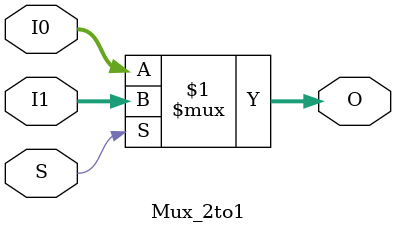
<source format=v>
`timescale 1ns / 1ps


module Mux_2to1 (I0, I1, S, O);
input [3:0] I0, I1;
input S;
output [3:0] O;

assign O = (S ? I1 : I0);

endmodule

</source>
